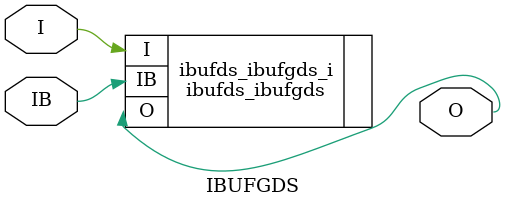
<source format=v>

/*!
 * <b>Module:</b>IBUFGDS
 * @file IBUFGDS.v
 * @date 2015-11-06  
 * @author Andrey Filippov     
 *
 * @brief Module name "known" to synthesis, but missing in unisims
 *
 * @copyright Copyright (c) 2015 Elphel, Inc .
 *
 * <b>License:</b>
 *
 * IBUFGDS.v is free software; you can redistribute it and/or modify
 * it under the terms of the GNU General Public License as published by
 * the Free Software Foundation, either version 3 of the License, or
 * (at your option) any later version.
 *
 *  IBUFGDS.v is distributed in the hope that it will be useful,
 * but WITHOUT ANY WARRANTY; without even the implied warranty of
 * MERCHANTABILITY or FITNESS FOR A PARTICULAR PURPOSE.  See the
 * GNU General Public License for more details.
 *
 * You should have received a copy of the GNU General Public License
 * along with this program.  If not, see <http://www.gnu.org/licenses/> .
 *
 * Additional permission under GNU GPL version 3 section 7:
 * If you modify this Program, or any covered work, by linking or combining it
 * with independent modules provided by the FPGA vendor only (this permission
 * does not extend to any 3-rd party modules, "soft cores" or macros) under
 * different license terms solely for the purpose of generating binary "bitstream"
 * files and/or simulating the code, the copyright holders of this Program give
 * you the right to distribute the covered work without those independent modules
 * as long as the source code for them is available from the FPGA vendor free of
 * charge, and there is no dependence on any encrypted modules for simulating of
 * the combined code. This permission applies to you if the distributed code
 * contains all the components and scripts required to completely simulate it
 * with at least one of the Free Software programs.
 */
`timescale 1ns/1ps

module  IBUFGDS # (
      parameter CAPACITANCE = "DONT_CARE",
      parameter DIFF_TERM = "FALSE",
//      parameter DQS_BIAS = "FALSE",
//      parameter IBUF_DELAY_VALUE = "0",
      parameter IBUF_LOW_PWR = "TRUE",
//      parameter IFD_DELAY_VALUE = "AUTO",
      parameter IOSTANDARD = "DEFAULT"
  )(
        output O,
        input  I,
        input  IB
);
    ibufds_ibufgds #(
        .CAPACITANCE      (CAPACITANCE),
        .DIFF_TERM        (DIFF_TERM),
//        .DQS_BIAS         (HISPI_DQS_BIAS),
//        .IBUF_DELAY_VALUE (HISPI_IBUF_DELAY_VALUE),
        .IBUF_LOW_PWR     (IBUF_LOW_PWR),
//        .IFD_DELAY_VALUE  (HISPI_IFD_DELAY_VALUE),
        .IOSTANDARD       (IOSTANDARD)
    ) ibufds_ibufgds_i (
        .O    (O),      // output
        .I    (I), // input
        .IB   (IB)  // input
    );


endmodule


</source>
